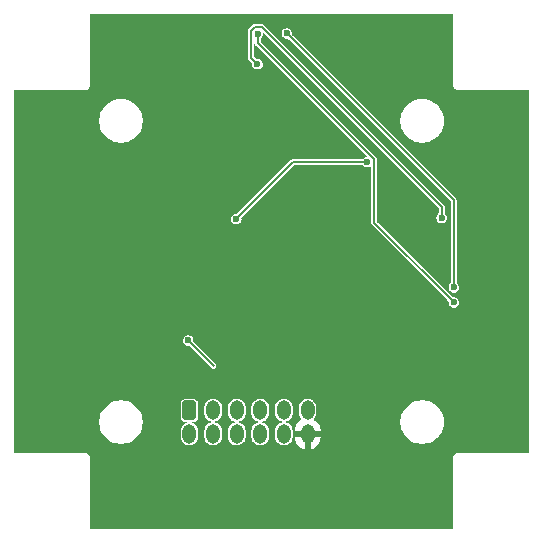
<source format=gbr>
%TF.GenerationSoftware,KiCad,Pcbnew,8.0.8*%
%TF.CreationDate,2025-05-27T15:32:41+02:00*%
%TF.ProjectId,gFocus,67466f63-7573-42e6-9b69-6361645f7063,rev?*%
%TF.SameCoordinates,Original*%
%TF.FileFunction,Copper,L2,Bot*%
%TF.FilePolarity,Positive*%
%FSLAX46Y46*%
G04 Gerber Fmt 4.6, Leading zero omitted, Abs format (unit mm)*
G04 Created by KiCad (PCBNEW 8.0.8) date 2025-05-27 15:32:41*
%MOMM*%
%LPD*%
G01*
G04 APERTURE LIST*
G04 Aperture macros list*
%AMRoundRect*
0 Rectangle with rounded corners*
0 $1 Rounding radius*
0 $2 $3 $4 $5 $6 $7 $8 $9 X,Y pos of 4 corners*
0 Add a 4 corners polygon primitive as box body*
4,1,4,$2,$3,$4,$5,$6,$7,$8,$9,$2,$3,0*
0 Add four circle primitives for the rounded corners*
1,1,$1+$1,$2,$3*
1,1,$1+$1,$4,$5*
1,1,$1+$1,$6,$7*
1,1,$1+$1,$8,$9*
0 Add four rect primitives between the rounded corners*
20,1,$1+$1,$2,$3,$4,$5,0*
20,1,$1+$1,$4,$5,$6,$7,0*
20,1,$1+$1,$6,$7,$8,$9,0*
20,1,$1+$1,$8,$9,$2,$3,0*%
G04 Aperture macros list end*
%TA.AperFunction,ComponentPad*%
%ADD10RoundRect,0.250000X-0.350000X-0.575000X0.350000X-0.575000X0.350000X0.575000X-0.350000X0.575000X0*%
%TD*%
%TA.AperFunction,ComponentPad*%
%ADD11O,1.200000X1.650000*%
%TD*%
%TA.AperFunction,ViaPad*%
%ADD12C,0.600000*%
%TD*%
%TA.AperFunction,Conductor*%
%ADD13C,0.200000*%
%TD*%
G04 APERTURE END LIST*
D10*
%TO.P,J3,1,Pin_1*%
%TO.N,unconnected-(J3-Pin_1-Pad1)*%
X138945000Y-109400000D03*
D11*
%TO.P,J3,2,Pin_2*%
%TO.N,unconnected-(J3-Pin_2-Pad2)*%
X138945000Y-111400000D03*
%TO.P,J3,3,Pin_3*%
%TO.N,S_DIN*%
X140945000Y-109400000D03*
%TO.P,J3,4,Pin_4*%
%TO.N,Net-(J3-Pin_4)*%
X140945000Y-111400000D03*
%TO.P,J3,5,Pin_5*%
%TO.N,unconnected-(J3-Pin_5-Pad5)*%
X142945000Y-109400000D03*
%TO.P,J3,6,Pin_6*%
%TO.N,S_CLK*%
X142945000Y-111400000D03*
%TO.P,J3,7,Pin_7*%
%TO.N,unconnected-(J3-Pin_7-Pad7)*%
X144945000Y-109400000D03*
%TO.P,J3,8,Pin_8*%
%TO.N,unconnected-(J3-Pin_8-Pad8)*%
X144945000Y-111400000D03*
%TO.P,J3,9,Pin_9*%
%TO.N,unconnected-(J3-Pin_9-Pad9)*%
X146945000Y-109400000D03*
%TO.P,J3,10,Pin_10*%
%TO.N,unconnected-(J3-Pin_10-Pad10)*%
X146945000Y-111400000D03*
%TO.P,J3,11,Pin_11*%
%TO.N,VDD*%
X148945000Y-109400000D03*
%TO.P,J3,12,Pin_12*%
%TO.N,GND*%
X148945000Y-111400000D03*
%TD*%
D12*
%TO.N,RESET*%
X160300000Y-93100000D03*
X144700000Y-80100000D03*
%TO.N,SWDCLK*%
X147200000Y-77500000D03*
%TO.N,SWDIO*%
X144724006Y-77521700D03*
%TO.N,S_CLK*%
X154000000Y-88400000D03*
X142900000Y-93200000D03*
%TO.N,GND*%
X147300000Y-94600000D03*
X154000000Y-80900000D03*
X147300000Y-80000000D03*
X165407500Y-97715000D03*
X165422500Y-99002500D03*
X138837500Y-106100000D03*
%TO.N,SWDIO*%
X161337500Y-100275000D03*
%TO.N,SWDCLK*%
X161337500Y-99005000D03*
%TO.N,Net-(J3-Pin_4)*%
X138825000Y-103500000D03*
%TD*%
D13*
%TO.N,RESET*%
X144144006Y-77281456D02*
X144144006Y-79544006D01*
X144144006Y-79544006D02*
X144700000Y-80100000D01*
X145061944Y-76941700D02*
X144483762Y-76941700D01*
X144483762Y-76941700D02*
X144144006Y-77281456D01*
X160300000Y-92179756D02*
X145061944Y-76941700D01*
X160300000Y-93100000D02*
X160300000Y-92179756D01*
%TO.N,SWDCLK*%
X147200000Y-77500000D02*
X161337500Y-91637500D01*
X161337500Y-91637500D02*
X161337500Y-99005000D01*
%TO.N,SWDIO*%
X144724006Y-78303762D02*
X144724006Y-77521700D01*
X154580000Y-88159756D02*
X144724006Y-78303762D01*
X161337500Y-100275000D02*
X154580000Y-93517500D01*
X154580000Y-93517500D02*
X154580000Y-88159756D01*
%TO.N,S_CLK*%
X147700000Y-88400000D02*
X142900000Y-93200000D01*
X154000000Y-88400000D02*
X147700000Y-88400000D01*
%TO.N,SWDIO*%
X161337500Y-100275000D02*
X161337500Y-100126471D01*
%TO.N,Net-(J3-Pin_4)*%
X140982500Y-105657500D02*
X138825000Y-103500000D01*
%TD*%
%TA.AperFunction,Conductor*%
%TO.N,GND*%
G36*
X161235148Y-75864852D02*
G01*
X161249500Y-75899500D01*
X161249500Y-81865895D01*
X161283607Y-81993184D01*
X161283608Y-81993188D01*
X161349500Y-82107314D01*
X161442686Y-82200500D01*
X161484457Y-82224617D01*
X161556811Y-82266391D01*
X161556813Y-82266391D01*
X161556814Y-82266392D01*
X161657207Y-82293292D01*
X161684104Y-82300499D01*
X161684105Y-82300500D01*
X161684108Y-82300500D01*
X161815892Y-82300500D01*
X167650500Y-82300500D01*
X167685148Y-82314852D01*
X167699500Y-82349500D01*
X167699500Y-112950500D01*
X167685148Y-112985148D01*
X167650500Y-112999500D01*
X161684105Y-112999500D01*
X161556815Y-113033607D01*
X161556811Y-113033608D01*
X161442685Y-113099500D01*
X161442685Y-113099501D01*
X161349501Y-113192685D01*
X161349500Y-113192685D01*
X161283608Y-113306811D01*
X161283607Y-113306815D01*
X161249500Y-113434104D01*
X161249500Y-119400500D01*
X161235148Y-119435148D01*
X161200500Y-119449500D01*
X130599500Y-119449500D01*
X130564852Y-119435148D01*
X130550500Y-119400500D01*
X130550500Y-113434105D01*
X130550499Y-113434104D01*
X130516392Y-113306815D01*
X130516391Y-113306811D01*
X130450499Y-113192685D01*
X130357314Y-113099500D01*
X130243188Y-113033608D01*
X130243184Y-113033607D01*
X130115895Y-112999500D01*
X130115892Y-112999500D01*
X124149500Y-112999500D01*
X124114852Y-112985148D01*
X124100500Y-112950500D01*
X124100500Y-110278712D01*
X131299500Y-110278712D01*
X131299500Y-110521288D01*
X131331162Y-110761789D01*
X131331163Y-110761793D01*
X131331164Y-110761800D01*
X131393944Y-110996095D01*
X131393946Y-110996101D01*
X131486776Y-111220213D01*
X131608062Y-111430286D01*
X131608072Y-111430301D01*
X131755730Y-111622732D01*
X131755740Y-111622744D01*
X131927255Y-111794259D01*
X131927267Y-111794269D01*
X132119698Y-111941927D01*
X132119707Y-111941933D01*
X132119711Y-111941936D01*
X132329788Y-112063224D01*
X132553900Y-112156054D01*
X132553904Y-112156055D01*
X132788199Y-112218835D01*
X132788200Y-112218835D01*
X132788211Y-112218838D01*
X133028712Y-112250500D01*
X133028716Y-112250500D01*
X133271284Y-112250500D01*
X133271288Y-112250500D01*
X133511789Y-112218838D01*
X133746100Y-112156054D01*
X133970212Y-112063224D01*
X134180289Y-111941936D01*
X134372738Y-111794265D01*
X134544265Y-111622738D01*
X134691936Y-111430289D01*
X134813224Y-111220212D01*
X134906054Y-110996100D01*
X134968838Y-110761789D01*
X135000500Y-110521288D01*
X135000500Y-110278712D01*
X134968838Y-110038211D01*
X134906054Y-109803900D01*
X134813224Y-109579788D01*
X134691936Y-109369711D01*
X134691933Y-109369707D01*
X134691927Y-109369698D01*
X134544269Y-109177267D01*
X134544259Y-109177255D01*
X134372744Y-109005740D01*
X134372732Y-109005730D01*
X134180301Y-108858072D01*
X134180286Y-108858062D01*
X134068430Y-108793482D01*
X138194500Y-108793482D01*
X138194500Y-110006517D01*
X138209353Y-110100303D01*
X138266945Y-110213335D01*
X138266950Y-110213342D01*
X138356657Y-110303049D01*
X138356664Y-110303054D01*
X138469691Y-110360644D01*
X138469692Y-110360644D01*
X138469696Y-110360646D01*
X138563481Y-110375500D01*
X138667677Y-110375499D01*
X138702323Y-110389850D01*
X138716675Y-110424499D01*
X138702324Y-110459147D01*
X138686427Y-110469769D01*
X138589506Y-110509915D01*
X138466584Y-110592048D01*
X138362048Y-110696584D01*
X138279914Y-110819508D01*
X138223342Y-110956084D01*
X138223340Y-110956093D01*
X138194500Y-111101078D01*
X138194500Y-111698921D01*
X138223340Y-111843906D01*
X138223342Y-111843915D01*
X138279914Y-111980491D01*
X138279916Y-111980495D01*
X138362049Y-112103416D01*
X138466584Y-112207951D01*
X138589505Y-112290084D01*
X138657796Y-112318371D01*
X138726084Y-112346657D01*
X138726085Y-112346657D01*
X138726087Y-112346658D01*
X138871082Y-112375500D01*
X139018918Y-112375500D01*
X139163913Y-112346658D01*
X139300495Y-112290084D01*
X139423416Y-112207951D01*
X139527951Y-112103416D01*
X139610084Y-111980495D01*
X139666658Y-111843913D01*
X139695500Y-111698918D01*
X139695500Y-111101082D01*
X139666658Y-110956087D01*
X139610084Y-110819505D01*
X139527951Y-110696584D01*
X139423416Y-110592049D01*
X139300495Y-110509916D01*
X139300492Y-110509914D01*
X139300491Y-110509914D01*
X139203572Y-110469769D01*
X139177053Y-110443251D01*
X139177053Y-110405748D01*
X139203571Y-110379229D01*
X139222322Y-110375499D01*
X139326518Y-110375499D01*
X139420304Y-110360646D01*
X139481387Y-110329522D01*
X139533335Y-110303054D01*
X139533337Y-110303052D01*
X139533342Y-110303050D01*
X139623050Y-110213342D01*
X139632742Y-110194321D01*
X139680644Y-110100309D01*
X139680644Y-110100307D01*
X139680646Y-110100304D01*
X139695500Y-110006519D01*
X139695499Y-109101078D01*
X140194500Y-109101078D01*
X140194500Y-109698921D01*
X140223340Y-109843906D01*
X140223342Y-109843915D01*
X140279914Y-109980491D01*
X140279916Y-109980495D01*
X140318481Y-110038211D01*
X140359971Y-110100307D01*
X140362049Y-110103416D01*
X140466584Y-110207951D01*
X140589505Y-110290084D01*
X140657796Y-110318371D01*
X140726084Y-110346657D01*
X140726093Y-110346660D01*
X140752647Y-110351942D01*
X140783829Y-110372777D01*
X140791145Y-110409560D01*
X140770310Y-110440742D01*
X140752647Y-110448058D01*
X140726093Y-110453339D01*
X140726084Y-110453342D01*
X140589508Y-110509914D01*
X140466584Y-110592048D01*
X140362048Y-110696584D01*
X140279914Y-110819508D01*
X140223342Y-110956084D01*
X140223340Y-110956093D01*
X140194500Y-111101078D01*
X140194500Y-111698921D01*
X140223340Y-111843906D01*
X140223342Y-111843915D01*
X140279914Y-111980491D01*
X140279916Y-111980495D01*
X140362049Y-112103416D01*
X140466584Y-112207951D01*
X140589505Y-112290084D01*
X140657796Y-112318371D01*
X140726084Y-112346657D01*
X140726085Y-112346657D01*
X140726087Y-112346658D01*
X140871082Y-112375500D01*
X141018918Y-112375500D01*
X141163913Y-112346658D01*
X141300495Y-112290084D01*
X141423416Y-112207951D01*
X141527951Y-112103416D01*
X141610084Y-111980495D01*
X141666658Y-111843913D01*
X141695500Y-111698918D01*
X141695500Y-111101082D01*
X141666658Y-110956087D01*
X141610084Y-110819505D01*
X141527951Y-110696584D01*
X141423416Y-110592049D01*
X141300495Y-110509916D01*
X141300492Y-110509914D01*
X141300491Y-110509914D01*
X141163915Y-110453342D01*
X141163906Y-110453340D01*
X141137352Y-110448058D01*
X141106170Y-110427223D01*
X141098854Y-110390440D01*
X141119689Y-110359258D01*
X141137352Y-110351942D01*
X141152966Y-110348835D01*
X141163913Y-110346658D01*
X141300495Y-110290084D01*
X141423416Y-110207951D01*
X141527951Y-110103416D01*
X141610084Y-109980495D01*
X141666658Y-109843913D01*
X141695500Y-109698918D01*
X141695500Y-109101082D01*
X141695499Y-109101078D01*
X142194500Y-109101078D01*
X142194500Y-109698921D01*
X142223340Y-109843906D01*
X142223342Y-109843915D01*
X142279914Y-109980491D01*
X142279916Y-109980495D01*
X142318481Y-110038211D01*
X142359971Y-110100307D01*
X142362049Y-110103416D01*
X142466584Y-110207951D01*
X142589505Y-110290084D01*
X142657796Y-110318371D01*
X142726084Y-110346657D01*
X142726093Y-110346660D01*
X142752647Y-110351942D01*
X142783829Y-110372777D01*
X142791145Y-110409560D01*
X142770310Y-110440742D01*
X142752647Y-110448058D01*
X142726093Y-110453339D01*
X142726084Y-110453342D01*
X142589508Y-110509914D01*
X142466584Y-110592048D01*
X142362048Y-110696584D01*
X142279914Y-110819508D01*
X142223342Y-110956084D01*
X142223340Y-110956093D01*
X142194500Y-111101078D01*
X142194500Y-111698921D01*
X142223340Y-111843906D01*
X142223342Y-111843915D01*
X142279914Y-111980491D01*
X142279916Y-111980495D01*
X142362049Y-112103416D01*
X142466584Y-112207951D01*
X142589505Y-112290084D01*
X142657796Y-112318371D01*
X142726084Y-112346657D01*
X142726085Y-112346657D01*
X142726087Y-112346658D01*
X142871082Y-112375500D01*
X143018918Y-112375500D01*
X143163913Y-112346658D01*
X143300495Y-112290084D01*
X143423416Y-112207951D01*
X143527951Y-112103416D01*
X143610084Y-111980495D01*
X143666658Y-111843913D01*
X143695500Y-111698918D01*
X143695500Y-111101082D01*
X143666658Y-110956087D01*
X143610084Y-110819505D01*
X143527951Y-110696584D01*
X143423416Y-110592049D01*
X143300495Y-110509916D01*
X143300492Y-110509914D01*
X143300491Y-110509914D01*
X143163915Y-110453342D01*
X143163906Y-110453340D01*
X143137352Y-110448058D01*
X143106170Y-110427223D01*
X143098854Y-110390440D01*
X143119689Y-110359258D01*
X143137352Y-110351942D01*
X143152966Y-110348835D01*
X143163913Y-110346658D01*
X143300495Y-110290084D01*
X143423416Y-110207951D01*
X143527951Y-110103416D01*
X143610084Y-109980495D01*
X143666658Y-109843913D01*
X143695500Y-109698918D01*
X143695500Y-109101082D01*
X143695499Y-109101078D01*
X144194500Y-109101078D01*
X144194500Y-109698921D01*
X144223340Y-109843906D01*
X144223342Y-109843915D01*
X144279914Y-109980491D01*
X144279916Y-109980495D01*
X144318481Y-110038211D01*
X144359971Y-110100307D01*
X144362049Y-110103416D01*
X144466584Y-110207951D01*
X144589505Y-110290084D01*
X144657796Y-110318371D01*
X144726084Y-110346657D01*
X144726093Y-110346660D01*
X144752647Y-110351942D01*
X144783829Y-110372777D01*
X144791145Y-110409560D01*
X144770310Y-110440742D01*
X144752647Y-110448058D01*
X144726093Y-110453339D01*
X144726084Y-110453342D01*
X144589508Y-110509914D01*
X144466584Y-110592048D01*
X144362048Y-110696584D01*
X144279914Y-110819508D01*
X144223342Y-110956084D01*
X144223340Y-110956093D01*
X144194500Y-111101078D01*
X144194500Y-111698921D01*
X144223340Y-111843906D01*
X144223342Y-111843915D01*
X144279914Y-111980491D01*
X144279916Y-111980495D01*
X144362049Y-112103416D01*
X144466584Y-112207951D01*
X144589505Y-112290084D01*
X144657796Y-112318371D01*
X144726084Y-112346657D01*
X144726085Y-112346657D01*
X144726087Y-112346658D01*
X144871082Y-112375500D01*
X145018918Y-112375500D01*
X145163913Y-112346658D01*
X145300495Y-112290084D01*
X145423416Y-112207951D01*
X145527951Y-112103416D01*
X145610084Y-111980495D01*
X145666658Y-111843913D01*
X145695500Y-111698918D01*
X145695500Y-111101082D01*
X145666658Y-110956087D01*
X145610084Y-110819505D01*
X145527951Y-110696584D01*
X145423416Y-110592049D01*
X145300495Y-110509916D01*
X145300492Y-110509914D01*
X145300491Y-110509914D01*
X145163915Y-110453342D01*
X145163906Y-110453340D01*
X145137352Y-110448058D01*
X145106170Y-110427223D01*
X145098854Y-110390440D01*
X145119689Y-110359258D01*
X145137352Y-110351942D01*
X145152966Y-110348835D01*
X145163913Y-110346658D01*
X145300495Y-110290084D01*
X145423416Y-110207951D01*
X145527951Y-110103416D01*
X145610084Y-109980495D01*
X145666658Y-109843913D01*
X145695500Y-109698918D01*
X145695500Y-109101082D01*
X145695499Y-109101078D01*
X146194500Y-109101078D01*
X146194500Y-109698921D01*
X146223340Y-109843906D01*
X146223342Y-109843915D01*
X146279914Y-109980491D01*
X146279916Y-109980495D01*
X146318481Y-110038211D01*
X146359971Y-110100307D01*
X146362049Y-110103416D01*
X146466584Y-110207951D01*
X146589505Y-110290084D01*
X146657796Y-110318371D01*
X146726084Y-110346657D01*
X146726093Y-110346660D01*
X146752647Y-110351942D01*
X146783829Y-110372777D01*
X146791145Y-110409560D01*
X146770310Y-110440742D01*
X146752647Y-110448058D01*
X146726093Y-110453339D01*
X146726084Y-110453342D01*
X146589508Y-110509914D01*
X146466584Y-110592048D01*
X146362048Y-110696584D01*
X146279914Y-110819508D01*
X146223342Y-110956084D01*
X146223340Y-110956093D01*
X146194500Y-111101078D01*
X146194500Y-111698921D01*
X146223340Y-111843906D01*
X146223342Y-111843915D01*
X146279914Y-111980491D01*
X146279916Y-111980495D01*
X146362049Y-112103416D01*
X146466584Y-112207951D01*
X146589505Y-112290084D01*
X146657796Y-112318371D01*
X146726084Y-112346657D01*
X146726085Y-112346657D01*
X146726087Y-112346658D01*
X146871082Y-112375500D01*
X147018918Y-112375500D01*
X147163913Y-112346658D01*
X147300495Y-112290084D01*
X147423416Y-112207951D01*
X147527951Y-112103416D01*
X147610084Y-111980495D01*
X147666658Y-111843913D01*
X147695500Y-111698918D01*
X147695500Y-111101082D01*
X147692983Y-111088428D01*
X147845000Y-111088428D01*
X147845000Y-111150000D01*
X148598590Y-111150000D01*
X148548963Y-111235956D01*
X148520000Y-111344048D01*
X148520000Y-111455952D01*
X148548963Y-111564044D01*
X148598590Y-111650000D01*
X147845000Y-111650000D01*
X147845000Y-111711571D01*
X147872085Y-111882581D01*
X147872086Y-111882584D01*
X147925589Y-112047251D01*
X148004197Y-112201527D01*
X148004199Y-112201530D01*
X148105968Y-112341603D01*
X148105972Y-112341608D01*
X148228392Y-112464028D01*
X148228396Y-112464031D01*
X148368469Y-112565800D01*
X148368472Y-112565802D01*
X148522748Y-112644410D01*
X148687416Y-112697914D01*
X148695000Y-112699115D01*
X148695000Y-111746409D01*
X148780956Y-111796037D01*
X148889048Y-111825000D01*
X149000952Y-111825000D01*
X149109044Y-111796037D01*
X149195000Y-111746409D01*
X149195000Y-112699114D01*
X149202583Y-112697914D01*
X149367251Y-112644410D01*
X149521527Y-112565802D01*
X149521530Y-112565800D01*
X149661603Y-112464031D01*
X149661608Y-112464028D01*
X149784028Y-112341608D01*
X149784031Y-112341603D01*
X149885800Y-112201530D01*
X149885802Y-112201527D01*
X149964410Y-112047251D01*
X150017913Y-111882584D01*
X150017914Y-111882581D01*
X150045000Y-111711571D01*
X150045000Y-111650000D01*
X149291410Y-111650000D01*
X149341037Y-111564044D01*
X149370000Y-111455952D01*
X149370000Y-111344048D01*
X149341037Y-111235956D01*
X149291410Y-111150000D01*
X150045000Y-111150000D01*
X150045000Y-111088428D01*
X150017914Y-110917418D01*
X150017913Y-110917415D01*
X149964410Y-110752748D01*
X149885802Y-110598472D01*
X149885800Y-110598469D01*
X149784031Y-110458396D01*
X149784028Y-110458392D01*
X149661608Y-110335972D01*
X149661603Y-110335968D01*
X149582797Y-110278712D01*
X156799500Y-110278712D01*
X156799500Y-110521288D01*
X156831162Y-110761789D01*
X156831163Y-110761793D01*
X156831164Y-110761800D01*
X156893944Y-110996095D01*
X156893946Y-110996101D01*
X156986776Y-111220213D01*
X157108062Y-111430286D01*
X157108072Y-111430301D01*
X157255730Y-111622732D01*
X157255740Y-111622744D01*
X157427255Y-111794259D01*
X157427267Y-111794269D01*
X157619698Y-111941927D01*
X157619707Y-111941933D01*
X157619711Y-111941936D01*
X157829788Y-112063224D01*
X158053900Y-112156054D01*
X158053904Y-112156055D01*
X158288199Y-112218835D01*
X158288200Y-112218835D01*
X158288211Y-112218838D01*
X158528712Y-112250500D01*
X158528716Y-112250500D01*
X158771284Y-112250500D01*
X158771288Y-112250500D01*
X159011789Y-112218838D01*
X159246100Y-112156054D01*
X159470212Y-112063224D01*
X159680289Y-111941936D01*
X159872738Y-111794265D01*
X160044265Y-111622738D01*
X160191936Y-111430289D01*
X160313224Y-111220212D01*
X160406054Y-110996100D01*
X160468838Y-110761789D01*
X160500500Y-110521288D01*
X160500500Y-110278712D01*
X160468838Y-110038211D01*
X160406054Y-109803900D01*
X160313224Y-109579788D01*
X160191936Y-109369711D01*
X160191933Y-109369707D01*
X160191927Y-109369698D01*
X160044269Y-109177267D01*
X160044259Y-109177255D01*
X159872744Y-109005740D01*
X159872732Y-109005730D01*
X159680301Y-108858072D01*
X159680286Y-108858062D01*
X159470212Y-108736776D01*
X159470213Y-108736776D01*
X159246101Y-108643946D01*
X159246095Y-108643944D01*
X159011800Y-108581164D01*
X159011793Y-108581163D01*
X159011789Y-108581162D01*
X158771288Y-108549500D01*
X158528712Y-108549500D01*
X158288211Y-108581162D01*
X158288207Y-108581162D01*
X158288199Y-108581164D01*
X158053904Y-108643944D01*
X158053898Y-108643946D01*
X157829786Y-108736776D01*
X157619713Y-108858062D01*
X157619698Y-108858072D01*
X157427267Y-109005730D01*
X157427255Y-109005740D01*
X157255740Y-109177255D01*
X157255730Y-109177267D01*
X157108072Y-109369698D01*
X157108062Y-109369713D01*
X156986776Y-109579786D01*
X156893946Y-109803898D01*
X156893944Y-109803904D01*
X156831164Y-110038199D01*
X156831162Y-110038207D01*
X156831162Y-110038211D01*
X156799500Y-110278712D01*
X149582797Y-110278712D01*
X149521530Y-110234199D01*
X149521527Y-110234197D01*
X149499236Y-110222839D01*
X149474880Y-110194321D01*
X149477823Y-110156934D01*
X149486828Y-110144538D01*
X149527951Y-110103416D01*
X149610084Y-109980495D01*
X149666658Y-109843913D01*
X149695500Y-109698918D01*
X149695500Y-109101082D01*
X149666658Y-108956087D01*
X149610084Y-108819505D01*
X149527951Y-108696584D01*
X149423416Y-108592049D01*
X149415346Y-108586657D01*
X149382810Y-108564917D01*
X149300495Y-108509916D01*
X149300492Y-108509914D01*
X149300491Y-108509914D01*
X149163915Y-108453342D01*
X149163906Y-108453340D01*
X149018921Y-108424500D01*
X149018918Y-108424500D01*
X148871082Y-108424500D01*
X148871078Y-108424500D01*
X148726093Y-108453340D01*
X148726084Y-108453342D01*
X148589508Y-108509914D01*
X148466584Y-108592048D01*
X148362048Y-108696584D01*
X148279914Y-108819508D01*
X148223342Y-108956084D01*
X148223340Y-108956093D01*
X148194500Y-109101078D01*
X148194500Y-109698921D01*
X148223340Y-109843906D01*
X148223342Y-109843915D01*
X148279914Y-109980491D01*
X148279916Y-109980495D01*
X148318481Y-110038211D01*
X148362048Y-110103415D01*
X148403165Y-110144532D01*
X148417517Y-110179180D01*
X148403165Y-110213828D01*
X148390764Y-110222839D01*
X148368473Y-110234197D01*
X148228396Y-110335968D01*
X148105968Y-110458396D01*
X148004199Y-110598469D01*
X148004197Y-110598472D01*
X147925589Y-110752748D01*
X147872086Y-110917415D01*
X147872085Y-110917418D01*
X147845000Y-111088428D01*
X147692983Y-111088428D01*
X147666658Y-110956087D01*
X147610084Y-110819505D01*
X147527951Y-110696584D01*
X147423416Y-110592049D01*
X147300495Y-110509916D01*
X147300492Y-110509914D01*
X147300491Y-110509914D01*
X147163915Y-110453342D01*
X147163906Y-110453340D01*
X147137352Y-110448058D01*
X147106170Y-110427223D01*
X147098854Y-110390440D01*
X147119689Y-110359258D01*
X147137352Y-110351942D01*
X147152966Y-110348835D01*
X147163913Y-110346658D01*
X147300495Y-110290084D01*
X147423416Y-110207951D01*
X147527951Y-110103416D01*
X147610084Y-109980495D01*
X147666658Y-109843913D01*
X147695500Y-109698918D01*
X147695500Y-109101082D01*
X147666658Y-108956087D01*
X147610084Y-108819505D01*
X147527951Y-108696584D01*
X147423416Y-108592049D01*
X147415346Y-108586657D01*
X147382810Y-108564917D01*
X147300495Y-108509916D01*
X147300492Y-108509914D01*
X147300491Y-108509914D01*
X147163915Y-108453342D01*
X147163906Y-108453340D01*
X147018921Y-108424500D01*
X147018918Y-108424500D01*
X146871082Y-108424500D01*
X146871078Y-108424500D01*
X146726093Y-108453340D01*
X146726084Y-108453342D01*
X146589508Y-108509914D01*
X146466584Y-108592048D01*
X146362048Y-108696584D01*
X146279914Y-108819508D01*
X146223342Y-108956084D01*
X146223340Y-108956093D01*
X146194500Y-109101078D01*
X145695499Y-109101078D01*
X145666658Y-108956087D01*
X145610084Y-108819505D01*
X145527951Y-108696584D01*
X145423416Y-108592049D01*
X145415346Y-108586657D01*
X145382810Y-108564917D01*
X145300495Y-108509916D01*
X145300492Y-108509914D01*
X145300491Y-108509914D01*
X145163915Y-108453342D01*
X145163906Y-108453340D01*
X145018921Y-108424500D01*
X145018918Y-108424500D01*
X144871082Y-108424500D01*
X144871078Y-108424500D01*
X144726093Y-108453340D01*
X144726084Y-108453342D01*
X144589508Y-108509914D01*
X144466584Y-108592048D01*
X144362048Y-108696584D01*
X144279914Y-108819508D01*
X144223342Y-108956084D01*
X144223340Y-108956093D01*
X144194500Y-109101078D01*
X143695499Y-109101078D01*
X143666658Y-108956087D01*
X143610084Y-108819505D01*
X143527951Y-108696584D01*
X143423416Y-108592049D01*
X143415346Y-108586657D01*
X143382810Y-108564917D01*
X143300495Y-108509916D01*
X143300492Y-108509914D01*
X143300491Y-108509914D01*
X143163915Y-108453342D01*
X143163906Y-108453340D01*
X143018921Y-108424500D01*
X143018918Y-108424500D01*
X142871082Y-108424500D01*
X142871078Y-108424500D01*
X142726093Y-108453340D01*
X142726084Y-108453342D01*
X142589508Y-108509914D01*
X142466584Y-108592048D01*
X142362048Y-108696584D01*
X142279914Y-108819508D01*
X142223342Y-108956084D01*
X142223340Y-108956093D01*
X142194500Y-109101078D01*
X141695499Y-109101078D01*
X141666658Y-108956087D01*
X141610084Y-108819505D01*
X141527951Y-108696584D01*
X141423416Y-108592049D01*
X141415346Y-108586657D01*
X141382810Y-108564917D01*
X141300495Y-108509916D01*
X141300492Y-108509914D01*
X141300491Y-108509914D01*
X141163915Y-108453342D01*
X141163906Y-108453340D01*
X141018921Y-108424500D01*
X141018918Y-108424500D01*
X140871082Y-108424500D01*
X140871078Y-108424500D01*
X140726093Y-108453340D01*
X140726084Y-108453342D01*
X140589508Y-108509914D01*
X140466584Y-108592048D01*
X140362048Y-108696584D01*
X140279914Y-108819508D01*
X140223342Y-108956084D01*
X140223340Y-108956093D01*
X140194500Y-109101078D01*
X139695499Y-109101078D01*
X139695499Y-108793482D01*
X139680646Y-108699696D01*
X139652239Y-108643944D01*
X139623054Y-108586664D01*
X139623049Y-108586657D01*
X139533342Y-108496950D01*
X139533335Y-108496945D01*
X139420308Y-108439355D01*
X139420305Y-108439354D01*
X139420304Y-108439354D01*
X139326519Y-108424500D01*
X139326517Y-108424500D01*
X138563482Y-108424500D01*
X138469696Y-108439353D01*
X138356664Y-108496945D01*
X138356657Y-108496950D01*
X138266950Y-108586657D01*
X138266945Y-108586664D01*
X138209355Y-108699690D01*
X138209355Y-108699692D01*
X138194500Y-108793482D01*
X134068430Y-108793482D01*
X133970212Y-108736776D01*
X133970213Y-108736776D01*
X133746101Y-108643946D01*
X133746095Y-108643944D01*
X133511800Y-108581164D01*
X133511793Y-108581163D01*
X133511789Y-108581162D01*
X133271288Y-108549500D01*
X133028712Y-108549500D01*
X132788211Y-108581162D01*
X132788207Y-108581162D01*
X132788199Y-108581164D01*
X132553904Y-108643944D01*
X132553898Y-108643946D01*
X132329786Y-108736776D01*
X132119713Y-108858062D01*
X132119698Y-108858072D01*
X131927267Y-109005730D01*
X131927255Y-109005740D01*
X131755740Y-109177255D01*
X131755730Y-109177267D01*
X131608072Y-109369698D01*
X131608062Y-109369713D01*
X131486776Y-109579786D01*
X131393946Y-109803898D01*
X131393944Y-109803904D01*
X131331164Y-110038199D01*
X131331162Y-110038207D01*
X131331162Y-110038211D01*
X131299500Y-110278712D01*
X124100500Y-110278712D01*
X124100500Y-103499997D01*
X138369867Y-103499997D01*
X138369867Y-103500002D01*
X138388301Y-103628223D01*
X138442118Y-103746063D01*
X138526951Y-103843967D01*
X138635931Y-103914004D01*
X138705093Y-103934311D01*
X138760223Y-103950499D01*
X138760228Y-103950500D01*
X138889765Y-103950500D01*
X138889772Y-103950500D01*
X138889778Y-103950498D01*
X138892994Y-103950035D01*
X138929334Y-103959302D01*
X138934626Y-103963887D01*
X140840602Y-105869863D01*
X140840603Y-105869863D01*
X140840604Y-105869864D01*
X140932672Y-105908001D01*
X140932674Y-105908001D01*
X141032326Y-105908001D01*
X141032328Y-105908001D01*
X141124397Y-105869864D01*
X141124399Y-105869862D01*
X141124400Y-105869862D01*
X141194862Y-105799400D01*
X141194862Y-105799399D01*
X141194864Y-105799397D01*
X141233001Y-105707328D01*
X141233001Y-105607672D01*
X141194864Y-105515604D01*
X141194863Y-105515603D01*
X141194863Y-105515602D01*
X139284795Y-103605535D01*
X139270443Y-103570887D01*
X139270940Y-103563928D01*
X139280133Y-103500000D01*
X139280133Y-103499997D01*
X139261698Y-103371776D01*
X139254297Y-103355572D01*
X139207882Y-103253937D01*
X139123049Y-103156033D01*
X139014069Y-103085996D01*
X139014066Y-103085995D01*
X138889776Y-103049500D01*
X138889772Y-103049500D01*
X138760228Y-103049500D01*
X138760223Y-103049500D01*
X138635933Y-103085995D01*
X138526950Y-103156033D01*
X138442119Y-103253936D01*
X138442118Y-103253936D01*
X138388301Y-103371776D01*
X138369867Y-103499997D01*
X124100500Y-103499997D01*
X124100500Y-93199997D01*
X142444867Y-93199997D01*
X142444867Y-93200002D01*
X142463301Y-93328223D01*
X142493087Y-93393443D01*
X142517118Y-93446063D01*
X142601951Y-93543967D01*
X142710931Y-93614004D01*
X142780093Y-93634311D01*
X142835223Y-93650499D01*
X142835228Y-93650500D01*
X142964772Y-93650500D01*
X142964776Y-93650499D01*
X142985324Y-93644465D01*
X143089069Y-93614004D01*
X143198049Y-93543967D01*
X143282882Y-93446063D01*
X143336697Y-93328226D01*
X143336697Y-93328224D01*
X143336698Y-93328223D01*
X143355133Y-93200001D01*
X143355133Y-93200000D01*
X143355133Y-93199997D01*
X143345942Y-93136084D01*
X143355216Y-93099748D01*
X143359788Y-93094471D01*
X147789409Y-88664852D01*
X147824057Y-88650500D01*
X153598585Y-88650500D01*
X153633233Y-88664852D01*
X153635617Y-88667412D01*
X153701951Y-88743967D01*
X153810931Y-88814004D01*
X153880093Y-88834311D01*
X153935223Y-88850499D01*
X153935228Y-88850500D01*
X154064772Y-88850500D01*
X154064776Y-88850499D01*
X154083240Y-88845077D01*
X154189069Y-88814004D01*
X154254009Y-88772270D01*
X154290916Y-88765611D01*
X154321721Y-88787000D01*
X154329500Y-88813491D01*
X154329500Y-93467672D01*
X154329500Y-93567328D01*
X154367636Y-93659397D01*
X154367637Y-93659398D01*
X154367637Y-93659399D01*
X160877703Y-100169464D01*
X160892055Y-100204112D01*
X160891556Y-100211085D01*
X160882367Y-100274998D01*
X160882367Y-100275001D01*
X160900801Y-100403223D01*
X160954618Y-100521063D01*
X161039451Y-100618967D01*
X161148431Y-100689004D01*
X161217593Y-100709311D01*
X161272723Y-100725499D01*
X161272728Y-100725500D01*
X161402272Y-100725500D01*
X161402276Y-100725499D01*
X161422824Y-100719465D01*
X161526569Y-100689004D01*
X161635549Y-100618967D01*
X161720382Y-100521063D01*
X161774197Y-100403226D01*
X161774197Y-100403224D01*
X161774198Y-100403223D01*
X161792633Y-100275002D01*
X161792633Y-100274997D01*
X161774198Y-100146776D01*
X161766797Y-100130572D01*
X161720382Y-100028937D01*
X161635549Y-99931033D01*
X161526569Y-99860996D01*
X161526566Y-99860995D01*
X161402276Y-99824500D01*
X161402272Y-99824500D01*
X161272728Y-99824500D01*
X161272724Y-99824500D01*
X161269487Y-99824965D01*
X161233150Y-99815686D01*
X161227872Y-99811111D01*
X154844852Y-93428091D01*
X154830500Y-93393443D01*
X154830500Y-88109930D01*
X154830499Y-88109926D01*
X154792364Y-88017859D01*
X154792362Y-88017857D01*
X154792362Y-88017856D01*
X154721897Y-87947392D01*
X144988858Y-78214353D01*
X144974506Y-78179705D01*
X144974506Y-77922980D01*
X144988858Y-77888332D01*
X144997010Y-77881761D01*
X145022055Y-77865667D01*
X145106888Y-77767763D01*
X145160703Y-77649926D01*
X145160703Y-77649924D01*
X145160704Y-77649923D01*
X145178852Y-77523693D01*
X145197988Y-77491440D01*
X145234326Y-77482165D01*
X145262001Y-77496018D01*
X160035148Y-92269165D01*
X160049500Y-92303813D01*
X160049500Y-92698719D01*
X160035148Y-92733367D01*
X160026991Y-92739941D01*
X160001950Y-92756033D01*
X159917119Y-92853936D01*
X159917118Y-92853936D01*
X159863301Y-92971776D01*
X159844867Y-93099997D01*
X159844867Y-93100002D01*
X159863301Y-93228223D01*
X159917118Y-93346063D01*
X159988194Y-93428091D01*
X160001951Y-93443967D01*
X160110931Y-93514004D01*
X160180093Y-93534311D01*
X160235223Y-93550499D01*
X160235228Y-93550500D01*
X160364772Y-93550500D01*
X160364776Y-93550499D01*
X160387025Y-93543966D01*
X160489069Y-93514004D01*
X160598049Y-93443967D01*
X160682882Y-93346063D01*
X160736697Y-93228226D01*
X160736697Y-93228224D01*
X160736698Y-93228223D01*
X160755133Y-93100002D01*
X160755133Y-93099997D01*
X160736698Y-92971776D01*
X160683839Y-92856033D01*
X160682882Y-92853937D01*
X160598049Y-92756033D01*
X160573008Y-92739940D01*
X160551620Y-92709135D01*
X160550500Y-92698719D01*
X160550500Y-92129930D01*
X160550499Y-92129926D01*
X160512364Y-92037859D01*
X160512362Y-92037857D01*
X160512362Y-92037856D01*
X160441897Y-91967392D01*
X145974503Y-77499997D01*
X146744867Y-77499997D01*
X146744867Y-77500002D01*
X146763301Y-77628223D01*
X146773213Y-77649926D01*
X146817118Y-77746063D01*
X146901951Y-77843967D01*
X147010931Y-77914004D01*
X147080093Y-77934311D01*
X147135223Y-77950499D01*
X147135228Y-77950500D01*
X147264765Y-77950500D01*
X147264772Y-77950500D01*
X147264778Y-77950498D01*
X147267994Y-77950035D01*
X147304334Y-77959302D01*
X147309626Y-77963887D01*
X161072648Y-91726909D01*
X161087000Y-91761557D01*
X161087000Y-98603719D01*
X161072648Y-98638367D01*
X161064491Y-98644941D01*
X161039450Y-98661033D01*
X160954619Y-98758936D01*
X160954618Y-98758936D01*
X160900801Y-98876776D01*
X160882367Y-99004997D01*
X160882367Y-99005002D01*
X160900801Y-99133223D01*
X160954618Y-99251063D01*
X161039451Y-99348967D01*
X161148431Y-99419004D01*
X161217593Y-99439311D01*
X161272723Y-99455499D01*
X161272728Y-99455500D01*
X161402272Y-99455500D01*
X161402276Y-99455499D01*
X161422824Y-99449465D01*
X161526569Y-99419004D01*
X161635549Y-99348967D01*
X161720382Y-99251063D01*
X161774197Y-99133226D01*
X161774197Y-99133224D01*
X161774198Y-99133223D01*
X161792633Y-99005002D01*
X161792633Y-99004997D01*
X161774198Y-98876776D01*
X161766797Y-98860572D01*
X161720382Y-98758937D01*
X161635549Y-98661033D01*
X161610508Y-98644940D01*
X161589120Y-98614135D01*
X161588000Y-98603719D01*
X161588000Y-91587674D01*
X161587999Y-91587670D01*
X161549864Y-91495603D01*
X161549862Y-91495601D01*
X161549862Y-91495600D01*
X161479397Y-91425136D01*
X154832973Y-84778712D01*
X156799500Y-84778712D01*
X156799500Y-85021288D01*
X156831162Y-85261789D01*
X156831163Y-85261793D01*
X156831164Y-85261800D01*
X156893944Y-85496095D01*
X156893946Y-85496101D01*
X156986776Y-85720213D01*
X157108062Y-85930286D01*
X157108072Y-85930301D01*
X157255730Y-86122732D01*
X157255740Y-86122744D01*
X157427255Y-86294259D01*
X157427267Y-86294269D01*
X157619698Y-86441927D01*
X157619707Y-86441933D01*
X157619711Y-86441936D01*
X157829788Y-86563224D01*
X158053900Y-86656054D01*
X158053904Y-86656055D01*
X158288199Y-86718835D01*
X158288200Y-86718835D01*
X158288211Y-86718838D01*
X158528712Y-86750500D01*
X158528716Y-86750500D01*
X158771284Y-86750500D01*
X158771288Y-86750500D01*
X159011789Y-86718838D01*
X159246100Y-86656054D01*
X159470212Y-86563224D01*
X159680289Y-86441936D01*
X159872738Y-86294265D01*
X160044265Y-86122738D01*
X160191936Y-85930289D01*
X160313224Y-85720212D01*
X160406054Y-85496100D01*
X160468838Y-85261789D01*
X160500500Y-85021288D01*
X160500500Y-84778712D01*
X160468838Y-84538211D01*
X160406054Y-84303900D01*
X160313224Y-84079788D01*
X160191936Y-83869711D01*
X160191933Y-83869707D01*
X160191927Y-83869698D01*
X160044269Y-83677267D01*
X160044259Y-83677255D01*
X159872744Y-83505740D01*
X159872732Y-83505730D01*
X159680301Y-83358072D01*
X159680286Y-83358062D01*
X159470212Y-83236776D01*
X159470213Y-83236776D01*
X159246101Y-83143946D01*
X159246095Y-83143944D01*
X159011800Y-83081164D01*
X159011793Y-83081163D01*
X159011789Y-83081162D01*
X158771288Y-83049500D01*
X158528712Y-83049500D01*
X158288211Y-83081162D01*
X158288207Y-83081162D01*
X158288199Y-83081164D01*
X158053904Y-83143944D01*
X158053898Y-83143946D01*
X157829786Y-83236776D01*
X157619713Y-83358062D01*
X157619698Y-83358072D01*
X157427267Y-83505730D01*
X157427255Y-83505740D01*
X157255740Y-83677255D01*
X157255730Y-83677267D01*
X157108072Y-83869698D01*
X157108062Y-83869713D01*
X156986776Y-84079786D01*
X156893946Y-84303898D01*
X156893944Y-84303904D01*
X156831164Y-84538199D01*
X156831162Y-84538207D01*
X156831162Y-84538211D01*
X156799500Y-84778712D01*
X154832973Y-84778712D01*
X147659795Y-77605534D01*
X147645443Y-77570886D01*
X147645940Y-77563927D01*
X147655133Y-77500000D01*
X147655133Y-77499997D01*
X147636698Y-77371776D01*
X147629297Y-77355572D01*
X147582882Y-77253937D01*
X147498049Y-77156033D01*
X147389069Y-77085996D01*
X147389066Y-77085995D01*
X147264776Y-77049500D01*
X147264772Y-77049500D01*
X147135228Y-77049500D01*
X147135223Y-77049500D01*
X147010933Y-77085995D01*
X146901950Y-77156033D01*
X146817119Y-77253936D01*
X146817118Y-77253936D01*
X146763301Y-77371776D01*
X146744867Y-77499997D01*
X145974503Y-77499997D01*
X145203843Y-76729337D01*
X145111773Y-76691200D01*
X145111772Y-76691200D01*
X144539299Y-76691200D01*
X144539291Y-76691199D01*
X144533590Y-76691199D01*
X144433935Y-76691199D01*
X144433933Y-76691199D01*
X144380002Y-76713539D01*
X144341863Y-76729336D01*
X144341862Y-76729337D01*
X144271398Y-76799803D01*
X144271397Y-76799804D01*
X143995217Y-77075983D01*
X143931643Y-77139557D01*
X143893506Y-77231626D01*
X143893506Y-77231628D01*
X143893506Y-79494178D01*
X143893506Y-79593834D01*
X143931642Y-79685903D01*
X143931643Y-79685904D01*
X143931643Y-79685905D01*
X144240203Y-79994464D01*
X144254555Y-80029112D01*
X144254056Y-80036085D01*
X144244867Y-80099997D01*
X144244867Y-80100002D01*
X144263301Y-80228223D01*
X144317118Y-80346063D01*
X144401951Y-80443967D01*
X144510931Y-80514004D01*
X144580093Y-80534311D01*
X144635223Y-80550499D01*
X144635228Y-80550500D01*
X144764772Y-80550500D01*
X144764776Y-80550499D01*
X144785324Y-80544465D01*
X144889069Y-80514004D01*
X144998049Y-80443967D01*
X145082882Y-80346063D01*
X145136697Y-80228226D01*
X145136697Y-80228224D01*
X145136698Y-80228223D01*
X145155133Y-80100002D01*
X145155133Y-80099997D01*
X145136698Y-79971776D01*
X145129297Y-79955572D01*
X145082882Y-79853937D01*
X144998049Y-79756033D01*
X144889069Y-79685996D01*
X144888756Y-79685904D01*
X144764776Y-79649500D01*
X144764772Y-79649500D01*
X144635228Y-79649500D01*
X144635224Y-79649500D01*
X144631987Y-79649965D01*
X144595650Y-79640686D01*
X144590372Y-79636111D01*
X144408858Y-79454597D01*
X144394506Y-79419949D01*
X144394506Y-78409206D01*
X144408858Y-78374558D01*
X144443506Y-78360206D01*
X144478154Y-78374558D01*
X144488776Y-78390455D01*
X144511642Y-78445659D01*
X144511643Y-78445661D01*
X153938870Y-87872887D01*
X153953222Y-87907535D01*
X153938870Y-87942183D01*
X153918027Y-87954550D01*
X153810933Y-87985995D01*
X153701953Y-88056031D01*
X153701951Y-88056032D01*
X153635617Y-88132588D01*
X153602081Y-88149375D01*
X153598585Y-88149500D01*
X147650170Y-88149500D01*
X147558101Y-88187637D01*
X147558099Y-88187638D01*
X143009626Y-92736111D01*
X142974978Y-92750463D01*
X142968009Y-92749965D01*
X142964773Y-92749500D01*
X142964772Y-92749500D01*
X142835228Y-92749500D01*
X142835223Y-92749500D01*
X142710933Y-92785995D01*
X142601950Y-92856033D01*
X142517119Y-92953936D01*
X142517118Y-92953936D01*
X142463301Y-93071776D01*
X142444867Y-93199997D01*
X124100500Y-93199997D01*
X124100500Y-84778712D01*
X131299500Y-84778712D01*
X131299500Y-85021288D01*
X131331162Y-85261789D01*
X131331163Y-85261793D01*
X131331164Y-85261800D01*
X131393944Y-85496095D01*
X131393946Y-85496101D01*
X131486776Y-85720213D01*
X131608062Y-85930286D01*
X131608072Y-85930301D01*
X131755730Y-86122732D01*
X131755740Y-86122744D01*
X131927255Y-86294259D01*
X131927267Y-86294269D01*
X132119698Y-86441927D01*
X132119707Y-86441933D01*
X132119711Y-86441936D01*
X132329788Y-86563224D01*
X132553900Y-86656054D01*
X132553904Y-86656055D01*
X132788199Y-86718835D01*
X132788200Y-86718835D01*
X132788211Y-86718838D01*
X133028712Y-86750500D01*
X133028716Y-86750500D01*
X133271284Y-86750500D01*
X133271288Y-86750500D01*
X133511789Y-86718838D01*
X133746100Y-86656054D01*
X133970212Y-86563224D01*
X134180289Y-86441936D01*
X134372738Y-86294265D01*
X134544265Y-86122738D01*
X134691936Y-85930289D01*
X134813224Y-85720212D01*
X134906054Y-85496100D01*
X134968838Y-85261789D01*
X135000500Y-85021288D01*
X135000500Y-84778712D01*
X134968838Y-84538211D01*
X134906054Y-84303900D01*
X134813224Y-84079788D01*
X134691936Y-83869711D01*
X134691933Y-83869707D01*
X134691927Y-83869698D01*
X134544269Y-83677267D01*
X134544259Y-83677255D01*
X134372744Y-83505740D01*
X134372732Y-83505730D01*
X134180301Y-83358072D01*
X134180286Y-83358062D01*
X133970212Y-83236776D01*
X133970213Y-83236776D01*
X133746101Y-83143946D01*
X133746095Y-83143944D01*
X133511800Y-83081164D01*
X133511793Y-83081163D01*
X133511789Y-83081162D01*
X133271288Y-83049500D01*
X133028712Y-83049500D01*
X132788211Y-83081162D01*
X132788207Y-83081162D01*
X132788199Y-83081164D01*
X132553904Y-83143944D01*
X132553898Y-83143946D01*
X132329786Y-83236776D01*
X132119713Y-83358062D01*
X132119698Y-83358072D01*
X131927267Y-83505730D01*
X131927255Y-83505740D01*
X131755740Y-83677255D01*
X131755730Y-83677267D01*
X131608072Y-83869698D01*
X131608062Y-83869713D01*
X131486776Y-84079786D01*
X131393946Y-84303898D01*
X131393944Y-84303904D01*
X131331164Y-84538199D01*
X131331162Y-84538207D01*
X131331162Y-84538211D01*
X131299500Y-84778712D01*
X124100500Y-84778712D01*
X124100500Y-82349500D01*
X124114852Y-82314852D01*
X124149500Y-82300500D01*
X130115895Y-82300500D01*
X130115895Y-82300499D01*
X130243186Y-82266392D01*
X130357314Y-82200500D01*
X130450500Y-82107314D01*
X130516392Y-81993186D01*
X130550499Y-81865895D01*
X130550500Y-81865895D01*
X130550500Y-75899500D01*
X130564852Y-75864852D01*
X130599500Y-75850500D01*
X161200500Y-75850500D01*
X161235148Y-75864852D01*
G37*
%TD.AperFunction*%
%TD*%
M02*

</source>
